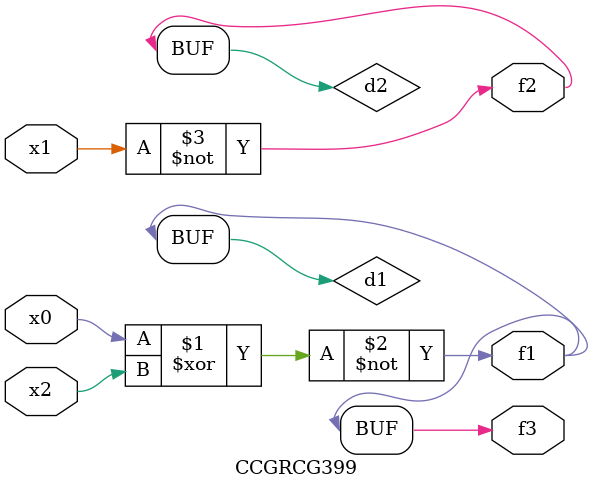
<source format=v>
module CCGRCG399(
	input x0, x1, x2,
	output f1, f2, f3
);

	wire d1, d2, d3;

	xnor (d1, x0, x2);
	nand (d2, x1);
	nor (d3, x1, x2);
	assign f1 = d1;
	assign f2 = d2;
	assign f3 = d1;
endmodule

</source>
